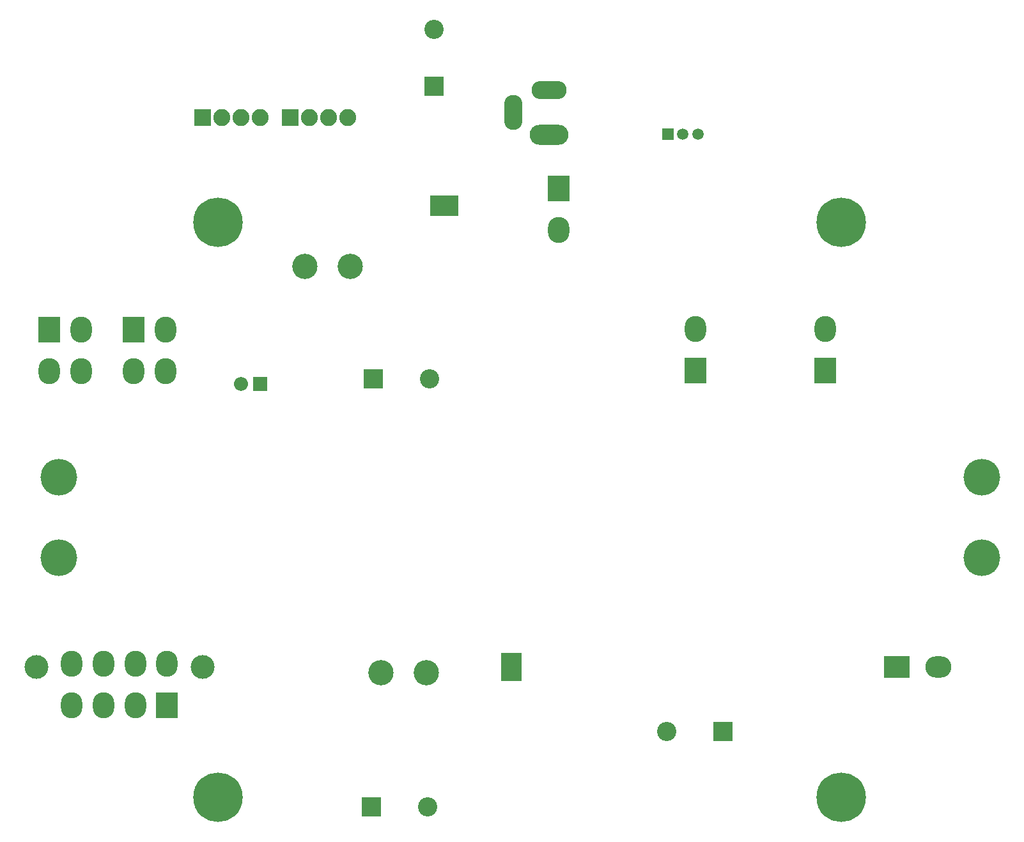
<source format=gbs>
G04 #@! TF.GenerationSoftware,KiCad,Pcbnew,(5.0.0)*
G04 #@! TF.CreationDate,2019-03-27T17:13:10-04:00*
G04 #@! TF.ProjectId,control board power,636F6E74726F6C20626F61726420706F,rev?*
G04 #@! TF.SameCoordinates,Original*
G04 #@! TF.FileFunction,Soldermask,Bot*
G04 #@! TF.FilePolarity,Negative*
%FSLAX46Y46*%
G04 Gerber Fmt 4.6, Leading zero omitted, Abs format (unit mm)*
G04 Created by KiCad (PCBNEW (5.0.0)) date 03/27/19 17:13:10*
%MOMM*%
%LPD*%
G01*
G04 APERTURE LIST*
%ADD10C,6.552400*%
%ADD11O,1.852400X1.852400*%
%ADD12R,1.852400X1.852400*%
%ADD13O,2.402400X4.652400*%
%ADD14O,4.652400X2.402400*%
%ADD15O,5.152400X2.652400*%
%ADD16C,3.152400*%
%ADD17O,2.852400X3.452400*%
%ADD18R,2.852400X3.452400*%
%ADD19C,3.352400*%
%ADD20R,3.752400X2.752400*%
%ADD21C,1.676400*%
%ADD22R,2.752400X3.752400*%
%ADD23C,4.851400*%
%ADD24O,3.452400X2.852400*%
%ADD25R,3.452400X2.852400*%
%ADD26R,2.552400X2.552400*%
%ADD27C,2.552400*%
%ADD28R,1.502400X1.502400*%
%ADD29C,1.502400*%
%ADD30R,2.252400X2.252400*%
%ADD31C,2.252400*%
G04 APERTURE END LIST*
D10*
G04 #@! TO.C,REF\002A\002A*
X60960000Y-138938000D03*
G04 #@! TD*
G04 #@! TO.C,REF\002A\002A*
X143510000Y-62738000D03*
G04 #@! TD*
G04 #@! TO.C,REF\002A\002A*
X60960000Y-62738000D03*
G04 #@! TD*
G04 #@! TO.C,REF\002A\002A*
X143510000Y-138938000D03*
G04 #@! TD*
D11*
G04 #@! TO.C,J2*
X64008000Y-84201000D03*
D12*
X66548000Y-84201000D03*
G04 #@! TD*
D13*
G04 #@! TO.C,J3*
X100075000Y-48181000D03*
D14*
X104775000Y-45181000D03*
D15*
X104775000Y-51181000D03*
G04 #@! TD*
D16*
G04 #@! TO.C,J6*
X36865500Y-121706000D03*
X58865500Y-121706000D03*
D17*
X41565500Y-121246000D03*
X45765500Y-121246000D03*
X49965500Y-121246000D03*
X54165500Y-121246000D03*
X41565500Y-126746000D03*
X45765500Y-126746000D03*
X49965500Y-126746000D03*
D18*
X54165500Y-126746000D03*
G04 #@! TD*
D19*
G04 #@! TO.C,L1*
X72486000Y-68580000D03*
X78486000Y-68580000D03*
G04 #@! TD*
G04 #@! TO.C,L2*
X82519000Y-122428000D03*
X88519000Y-122428000D03*
G04 #@! TD*
D20*
G04 #@! TO.C,U2*
X90932000Y-60579000D03*
D21*
X90932000Y-60579000D03*
G04 #@! TD*
D22*
G04 #@! TO.C,U3*
X99822000Y-121666000D03*
D21*
X99822000Y-121666000D03*
G04 #@! TD*
D17*
G04 #@! TO.C,J10*
X106045000Y-63793000D03*
D18*
X106045000Y-58293000D03*
G04 #@! TD*
D23*
G04 #@! TO.C,TB1*
X162077400Y-96494600D03*
X162077400Y-107213400D03*
X39852600Y-96494600D03*
X39852600Y-107213400D03*
G04 #@! TD*
D17*
G04 #@! TO.C,J4*
X124206000Y-76923000D03*
D18*
X124206000Y-82423000D03*
G04 #@! TD*
D17*
G04 #@! TO.C,J17*
X141351000Y-76923000D03*
D18*
X141351000Y-82423000D03*
G04 #@! TD*
D24*
G04 #@! TO.C,J1*
X156376000Y-121666000D03*
D25*
X150876000Y-121666000D03*
G04 #@! TD*
D17*
G04 #@! TO.C,J9*
X42808000Y-82462000D03*
X38608000Y-82462000D03*
X42808000Y-76962000D03*
D18*
X38608000Y-76962000D03*
G04 #@! TD*
D17*
G04 #@! TO.C,J11*
X53984000Y-82462000D03*
X49784000Y-82462000D03*
X53984000Y-76962000D03*
D18*
X49784000Y-76962000D03*
G04 #@! TD*
D26*
G04 #@! TO.C,C14*
X81470500Y-83502500D03*
D27*
X88970500Y-83502500D03*
G04 #@! TD*
G04 #@! TO.C,C25*
X88716500Y-140208000D03*
D26*
X81216500Y-140208000D03*
G04 #@! TD*
G04 #@! TO.C,C26*
X127825500Y-130238500D03*
D27*
X120325500Y-130238500D03*
G04 #@! TD*
G04 #@! TO.C,C27*
X89535000Y-37204000D03*
D26*
X89535000Y-44704000D03*
G04 #@! TD*
D28*
G04 #@! TO.C,J5*
X120523000Y-51054000D03*
D29*
X122523000Y-51054000D03*
X124523000Y-51054000D03*
G04 #@! TD*
D30*
G04 #@! TO.C,J12*
X58857501Y-48860001D03*
D31*
X61397501Y-48860001D03*
X63937501Y-48860001D03*
X66477501Y-48860001D03*
G04 #@! TD*
G04 #@! TO.C,J13*
X78157501Y-48860001D03*
X75617501Y-48860001D03*
X73077501Y-48860001D03*
D30*
X70537501Y-48860001D03*
G04 #@! TD*
M02*

</source>
